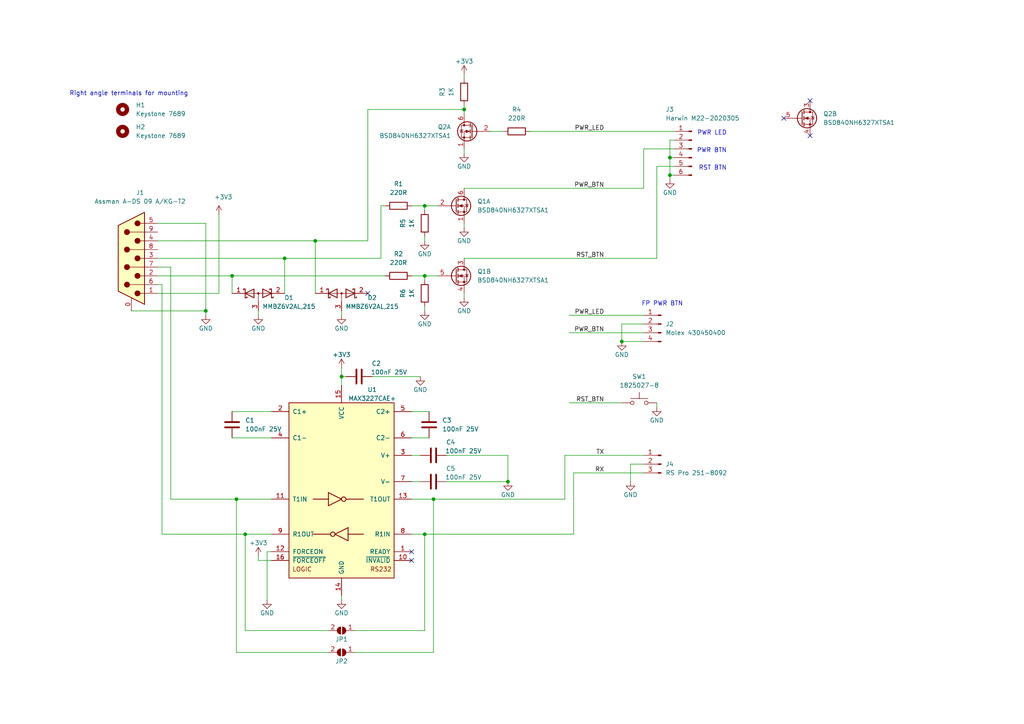
<source format=kicad_sch>
(kicad_sch (version 20201015) (generator eeschema)
  (paper "A4")
  (title_block (title "CONIO-B") (date "2021-03-10") (rev "1") (company "AB Open"))
  (lib_symbols
    (symbol "Connector:Conn_01x03_Male" (pin_names (offset 1.016) hide)
      (property "Reference" "J" (at 0 5.08 0))
      (property "Value" "Conn_01x03_Male" (at 0 -5.08 0))
      (symbol "Conn_01x03_Male_1_1"
        (rectangle (start 0.8636 -2.413) (end 0 -2.667) (stroke (width 0.1524)) (fill (type outline)))
        (rectangle (start 0.8636 0.127) (end 0 -0.127) (stroke (width 0.1524)) (fill (type outline)))
        (rectangle (start 0.8636 2.667) (end 0 2.413) (stroke (width 0.1524)) (fill (type outline)))
        (polyline (pts (xy 1.27 -2.54) (xy 0.8636 -2.54)) (stroke (width 0.1524)))
        (polyline (pts (xy 1.27 0) (xy 0.8636 0)) (stroke (width 0.1524)))
        (polyline (pts (xy 1.27 2.54) (xy 0.8636 2.54)) (stroke (width 0.1524)))
        (pin passive line (at 5.08 2.54 180) (length 3.81) (name "Pin_1") (number "1"))
        (pin passive line (at 5.08 0 180) (length 3.81) (name "Pin_2") (number "2"))
        (pin passive line (at 5.08 -2.54 180) (length 3.81) (name "Pin_3") (number "3"))
      )
    )
    (symbol "Connector:Conn_01x04_Male" (pin_names (offset 1.016) hide)
      (property "Reference" "J" (at 0 5.08 0))
      (property "Value" "Conn_01x04_Male" (at 0 -7.62 0))
      (symbol "Conn_01x04_Male_1_1"
        (rectangle (start 0.8636 -4.953) (end 0 -5.207) (stroke (width 0.1524)) (fill (type outline)))
        (rectangle (start 0.8636 -2.413) (end 0 -2.667) (stroke (width 0.1524)) (fill (type outline)))
        (rectangle (start 0.8636 0.127) (end 0 -0.127) (stroke (width 0.1524)) (fill (type outline)))
        (rectangle (start 0.8636 2.667) (end 0 2.413) (stroke (width 0.1524)) (fill (type outline)))
        (polyline (pts (xy 1.27 -5.08) (xy 0.8636 -5.08)) (stroke (width 0.1524)))
        (polyline (pts (xy 1.27 -2.54) (xy 0.8636 -2.54)) (stroke (width 0.1524)))
        (polyline (pts (xy 1.27 0) (xy 0.8636 0)) (stroke (width 0.1524)))
        (polyline (pts (xy 1.27 2.54) (xy 0.8636 2.54)) (stroke (width 0.1524)))
        (pin passive line (at 5.08 2.54 180) (length 3.81) (name "Pin_1") (number "1"))
        (pin passive line (at 5.08 0 180) (length 3.81) (name "Pin_2") (number "2"))
        (pin passive line (at 5.08 -2.54 180) (length 3.81) (name "Pin_3") (number "3"))
        (pin passive line (at 5.08 -5.08 180) (length 3.81) (name "Pin_4") (number "4"))
      )
    )
    (symbol "Connector:Conn_01x06_Male" (pin_names (offset 1.016) hide)
      (property "Reference" "J" (at 0 7.62 0))
      (property "Value" "Conn_01x06_Male" (at 0 -10.16 0))
      (symbol "Conn_01x06_Male_1_1"
        (rectangle (start 0.8636 -7.493) (end 0 -7.747) (stroke (width 0.1524)) (fill (type outline)))
        (rectangle (start 0.8636 -4.953) (end 0 -5.207) (stroke (width 0.1524)) (fill (type outline)))
        (rectangle (start 0.8636 -2.413) (end 0 -2.667) (stroke (width 0.1524)) (fill (type outline)))
        (rectangle (start 0.8636 0.127) (end 0 -0.127) (stroke (width 0.1524)) (fill (type outline)))
        (rectangle (start 0.8636 2.667) (end 0 2.413) (stroke (width 0.1524)) (fill (type outline)))
        (rectangle (start 0.8636 5.207) (end 0 4.953) (stroke (width 0.1524)) (fill (type outline)))
        (polyline (pts (xy 1.27 -7.62) (xy 0.8636 -7.62)) (stroke (width 0.1524)))
        (polyline (pts (xy 1.27 -5.08) (xy 0.8636 -5.08)) (stroke (width 0.1524)))
        (polyline (pts (xy 1.27 -2.54) (xy 0.8636 -2.54)) (stroke (width 0.1524)))
        (polyline (pts (xy 1.27 0) (xy 0.8636 0)) (stroke (width 0.1524)))
        (polyline (pts (xy 1.27 2.54) (xy 0.8636 2.54)) (stroke (width 0.1524)))
        (polyline (pts (xy 1.27 5.08) (xy 0.8636 5.08)) (stroke (width 0.1524)))
        (pin passive line (at 5.08 5.08 180) (length 3.81) (name "Pin_1") (number "1"))
        (pin passive line (at 5.08 2.54 180) (length 3.81) (name "Pin_2") (number "2"))
        (pin passive line (at 5.08 0 180) (length 3.81) (name "Pin_3") (number "3"))
        (pin passive line (at 5.08 -2.54 180) (length 3.81) (name "Pin_4") (number "4"))
        (pin passive line (at 5.08 -5.08 180) (length 3.81) (name "Pin_5") (number "5"))
        (pin passive line (at 5.08 -7.62 180) (length 3.81) (name "Pin_6") (number "6"))
      )
    )
    (symbol "Connector:DB9_Male_MountingHoles" (pin_names (offset 1.016) hide)
      (property "Reference" "J" (at 0 16.51 0))
      (property "Value" "DB9_Male_MountingHoles" (at 0 14.605 0))
      (symbol "DB9_Male_MountingHoles_0_1"
        (circle (center -1.778 -10.16) (radius 0.762) (fill (type outline)))
        (circle (center -1.778 -5.08) (radius 0.762) (fill (type outline)))
        (circle (center -1.778 0) (radius 0.762) (fill (type outline)))
        (circle (center -1.778 5.08) (radius 0.762) (fill (type outline)))
        (circle (center -1.778 10.16) (radius 0.762) (fill (type outline)))
        (circle (center 1.27 -7.62) (radius 0.762) (fill (type outline)))
        (circle (center 1.27 -2.54) (radius 0.762) (fill (type outline)))
        (circle (center 1.27 2.54) (radius 0.762) (fill (type outline)))
        (circle (center 1.27 7.62) (radius 0.762) (fill (type outline)))
        (polyline (pts (xy -3.81 -10.16) (xy -2.54 -10.16)))
        (polyline (pts (xy -3.81 -7.62) (xy 0.508 -7.62)))
        (polyline (pts (xy -3.81 -5.08) (xy -2.54 -5.08)))
        (polyline (pts (xy -3.81 -2.54) (xy 0.508 -2.54)))
        (polyline (pts (xy -3.81 0) (xy -2.54 0)))
        (polyline (pts (xy -3.81 2.54) (xy 0.508 2.54)))
        (polyline (pts (xy -3.81 5.08) (xy -2.54 5.08)))
        (polyline (pts (xy -3.81 7.62) (xy 0.508 7.62)))
        (polyline (pts (xy -3.81 10.16) (xy -2.54 10.16)))
        (polyline (pts (xy -3.81 -13.335) (xy -3.81 13.335) (xy 3.81 9.525) (xy 3.81 -9.525) (xy -3.81 -13.335)) (stroke (width 0.254)) (fill (type background)))
      )
      (symbol "DB9_Male_MountingHoles_1_1"
        (pin passive line (at 0 -15.24 90) (length 3.81) (name "PAD") (number "0"))
        (pin passive line (at -7.62 -10.16 0) (length 3.81) (name "1") (number "1"))
        (pin passive line (at -7.62 -5.08 0) (length 3.81) (name "2") (number "2"))
        (pin passive line (at -7.62 0 0) (length 3.81) (name "3") (number "3"))
        (pin passive line (at -7.62 5.08 0) (length 3.81) (name "4") (number "4"))
        (pin passive line (at -7.62 10.16 0) (length 3.81) (name "5") (number "5"))
        (pin passive line (at -7.62 -7.62 0) (length 3.81) (name "6") (number "6"))
        (pin passive line (at -7.62 -2.54 0) (length 3.81) (name "7") (number "7"))
        (pin passive line (at -7.62 2.54 0) (length 3.81) (name "8") (number "8"))
        (pin passive line (at -7.62 7.62 0) (length 3.81) (name "9") (number "9"))
      )
    )
    (symbol "Device:C" (pin_numbers hide) (pin_names (offset 0.254))
      (property "Reference" "C" (at 0.635 2.54 0))
      (property "Value" "C" (at 0.635 -2.54 0))
      (symbol "C_0_1"
        (polyline (pts (xy -2.032 -0.762) (xy 2.032 -0.762)) (stroke (width 0.508)))
        (polyline (pts (xy -2.032 0.762) (xy 2.032 0.762)) (stroke (width 0.508)))
      )
      (symbol "C_1_1"
        (pin passive line (at 0 3.81 270) (length 2.794) (name "~") (number "1"))
        (pin passive line (at 0 -3.81 90) (length 2.794) (name "~") (number "2"))
      )
    )
    (symbol "Device:D_Schottky_Dual_CommonAnode_KKA" (pin_names (offset 0.762) hide)
      (property "Reference" "D" (at 1.27 -2.54 0))
      (property "Value" "D_Schottky_Dual_CommonAnode_KKA" (at 0 2.54 0))
      (symbol "D_Schottky_Dual_CommonAnode_KKA_0_1"
        (circle (center 0 0) (radius 0.254) (fill (type outline)))
        (polyline (pts (xy -3.556 0) (xy 3.81 0)))
        (polyline (pts (xy 0 0) (xy 0 -2.54)))
        (polyline (pts (xy -3.81 1.27) (xy -3.81 -1.27) (xy -3.81 -1.27)) (stroke (width 0.254)))
        (polyline (pts (xy 3.81 1.27) (xy 3.81 -1.27) (xy 3.81 -1.27)) (stroke (width 0.254)))
        (polyline (pts (xy -3.81 1.27) (xy -4.318 1.27) (xy -4.318 1.016) (xy -4.318 1.016)) (stroke (width 0.254)))
        (polyline (pts (xy 3.81 -1.27) (xy 4.318 -1.27) (xy 4.318 -1.016) (xy 4.318 -1.016)) (stroke (width 0.254)))
        (polyline (pts (xy 3.81 1.27) (xy 3.302 1.27) (xy 3.302 1.016) (xy 3.302 1.016)) (stroke (width 0.254)))
        (polyline (pts (xy -3.302 -1.016) (xy -3.302 -1.27) (xy -3.81 -1.27) (xy -3.81 -1.27) (xy -3.81 -1.27)) (stroke (width 0.254)))
        (polyline (pts (xy -1.27 -1.27) (xy -3.81 0) (xy -1.27 1.27) (xy -1.27 -1.27) (xy -1.27 -1.27) (xy -1.27 -1.27)) (stroke (width 0.254)))
        (polyline (pts (xy 1.27 1.27) (xy 3.81 0) (xy 1.27 -1.27) (xy 1.27 1.27) (xy 1.27 1.27) (xy 1.27 1.27)) (stroke (width 0.254)))
        (pin passive line (at -7.62 0 0) (length 3.81) (name "K") (number "1"))
        (pin passive line (at 7.62 0 180) (length 3.81) (name "K") (number "2"))
        (pin passive line (at 0 -5.08 90) (length 2.54) (name "A") (number "3"))
      )
    )
    (symbol "Device:Q_Dual_NMOS_S1G1D2S2G2D1" (pin_names (offset 0) hide)
      (property "Reference" "Q" (at 6.35 1.27 0))
      (property "Value" "Q_Dual_NMOS_S1G1D2S2G2D1" (at 19.05 -1.27 0))
      (symbol "Q_Dual_NMOS_S1G1D2S2G2D1_0_1"
        (circle (center 1.651 0) (radius 2.794) (stroke (width 0.254)))
        (circle (center 2.54 -1.778) (radius 0.254) (fill (type outline)))
        (circle (center 2.54 1.778) (radius 0.254) (fill (type outline)))
        (polyline (pts (xy 0.254 0) (xy -2.54 0)))
        (polyline (pts (xy 0.254 1.905) (xy 0.254 -1.905)) (stroke (width 0.254)))
        (polyline (pts (xy 0.762 -1.27) (xy 0.762 -2.286)) (stroke (width 0.254)))
        (polyline (pts (xy 0.762 0.508) (xy 0.762 -0.508)) (stroke (width 0.254)))
        (polyline (pts (xy 0.762 2.286) (xy 0.762 1.27)) (stroke (width 0.254)))
        (polyline (pts (xy 2.54 2.54) (xy 2.54 1.778)))
        (polyline (pts (xy 2.54 -2.54) (xy 2.54 0) (xy 0.762 0)))
        (polyline (pts (xy 0.762 -1.778) (xy 3.302 -1.778) (xy 3.302 1.778) (xy 0.762 1.778)))
        (polyline (pts (xy 1.016 0) (xy 2.032 0.381) (xy 2.032 -0.381) (xy 1.016 0)) (fill (type outline)))
        (polyline (pts (xy 2.794 0.508) (xy 2.921 0.381) (xy 3.683 0.381) (xy 3.81 0.254)))
        (polyline (pts (xy 3.302 0.381) (xy 2.921 -0.254) (xy 3.683 -0.254) (xy 3.302 0.381)))
      )
      (symbol "Q_Dual_NMOS_S1G1D2S2G2D1_1_1"
        (pin passive line (at 2.54 -5.08 90) (length 2.54) (name "S") (number "1"))
        (pin input line (at -5.08 0 0) (length 2.54) (name "G") (number "2"))
        (pin passive line (at 2.54 5.08 270) (length 2.54) (name "D") (number "6"))
      )
      (symbol "Q_Dual_NMOS_S1G1D2S2G2D1_2_1"
        (pin passive line (at 2.54 5.08 270) (length 2.54) (name "D") (number "3"))
        (pin passive line (at 2.54 -5.08 90) (length 2.54) (name "S") (number "4"))
        (pin input line (at -5.08 0 0) (length 2.54) (name "G") (number "5"))
      )
    )
    (symbol "Device:R" (pin_numbers hide) (pin_names (offset 0))
      (property "Reference" "R" (at 2.032 0 90))
      (property "Value" "R" (at 0 0 90))
      (symbol "R_0_1"
        (rectangle (start -1.016 -2.54) (end 1.016 2.54) (stroke (width 0.254)))
      )
      (symbol "R_1_1"
        (pin passive line (at 0 3.81 270) (length 1.27) (name "~") (number "1"))
        (pin passive line (at 0 -3.81 90) (length 1.27) (name "~") (number "2"))
      )
    )
    (symbol "Interface_UART:MAX3227" (pin_names (offset 1.016))
      (property "Reference" "U" (at -13.97 26.67 0))
      (property "Value" "MAX3227" (at 12.7 26.67 0))
      (symbol "MAX3227_0_0"
        (text "LOGIC" (at -11.43 -22.86 0) (effects (font (size 1.27 1.27))))
        (text "RS232" (at 11.43 -22.86 0) (effects (font (size 1.27 1.27))))
      )
      (symbol "MAX3227_0_1"
        (circle (center -2.54 -12.7) (radius 0.635) (stroke (width 0.254)))
        (circle (center 0.635 -2.54) (radius 0.635) (stroke (width 0.254)))
        (rectangle (start -15.24 -25.4) (end 15.24 25.4) (stroke (width 0.254)) (fill (type background)))
        (polyline (pts (xy -3.81 -2.54) (xy -8.255 -2.54)) (stroke (width 0.254)))
        (polyline (pts (xy -3.175 -12.7) (xy -8.255 -12.7)) (stroke (width 0.254)))
        (polyline (pts (xy 1.27 -2.54) (xy 6.35 -2.54)) (stroke (width 0.254)))
        (polyline (pts (xy 1.905 -12.7) (xy 6.35 -12.7)) (stroke (width 0.254)))
        (polyline (pts (xy -3.81 -0.635) (xy -3.81 -4.445) (xy 0 -2.54) (xy -3.81 -0.635)) (stroke (width 0.254)))
        (polyline (pts (xy 1.905 -10.795) (xy 1.905 -14.605) (xy -1.905 -12.7) (xy 1.905 -10.795)) (stroke (width 0.254)))
      )
      (symbol "MAX3227_1_1"
        (pin output line (at 20.32 -17.78 180) (length 5.08) (name "READY") (number "1"))
        (pin output line (at 20.32 -20.32 180) (length 5.08) (name "~INVALID") (number "10"))
        (pin input line (at -20.32 -2.54 0) (length 5.08) (name "T1IN") (number "11"))
        (pin input line (at -20.32 -17.78 0) (length 5.08) (name "FORCEON") (number "12"))
        (pin output line (at 20.32 -2.54 180) (length 5.08) (name "T1OUT") (number "13"))
        (pin power_in line (at 0 -30.48 90) (length 5.08) (name "GND") (number "14"))
        (pin power_in line (at 0 30.48 270) (length 5.08) (name "VCC") (number "15"))
        (pin input line (at -20.32 -20.32 0) (length 5.08) (name "~FORCEOFF") (number "16"))
        (pin passive line (at -20.32 22.86 0) (length 5.08) (name "C1+") (number "2"))
        (pin power_out line (at 20.32 10.16 180) (length 5.08) (name "V+") (number "3"))
        (pin passive line (at -20.32 15.24 0) (length 5.08) (name "C1-") (number "4"))
        (pin passive line (at 20.32 22.86 180) (length 5.08) (name "C2+") (number "5"))
        (pin passive line (at 20.32 15.24 180) (length 5.08) (name "C2-") (number "6"))
        (pin power_out line (at 20.32 2.54 180) (length 5.08) (name "V-") (number "7"))
        (pin input line (at 20.32 -12.7 180) (length 5.08) (name "R1IN") (number "8"))
        (pin output line (at -20.32 -12.7 0) (length 5.08) (name "R1OUT") (number "9"))
      )
    )
    (symbol "Jumper:SolderJumper_2_Open" (pin_names (offset 0) hide)
      (property "Reference" "JP" (at 0 2.032 0))
      (property "Value" "SolderJumper_2_Open" (at 0 -2.54 0))
      (symbol "SolderJumper_2_Open_0_1"
        (arc (start -0.254 1.016) (end -0.254 -1.016) (radius (at -0.254 0) (length 1.016) (angles 90.1 -90.1)))
        (arc (start -0.254 1.016) (end -0.254 -1.016) (radius (at -0.254 0) (length 1.016) (angles 90.1 -90.1)) (fill (type outline)))
        (arc (start 0.254 -1.016) (end 0.254 1.016) (radius (at 0.254 0) (length 1.016) (angles -89.9 89.9)))
        (arc (start 0.254 -1.016) (end 0.254 1.016) (radius (at 0.254 0) (length 1.016) (angles -89.9 89.9)) (fill (type outline)))
        (polyline (pts (xy -0.254 1.016) (xy -0.254 -1.016)))
        (polyline (pts (xy 0.254 1.016) (xy 0.254 -1.016)))
      )
      (symbol "SolderJumper_2_Open_1_1"
        (pin passive line (at -3.81 0 0) (length 2.54) (name "A") (number "1"))
        (pin passive line (at 3.81 0 180) (length 2.54) (name "B") (number "2"))
      )
    )
    (symbol "Mechanical:MountingHole" (pin_names (offset 1.016))
      (property "Reference" "H" (at 0 5.08 0))
      (property "Value" "MountingHole" (at 0 3.175 0))
      (symbol "MountingHole_0_1"
        (circle (center 0 0) (radius 1.27) (stroke (width 1.27)))
      )
    )
    (symbol "Switch:SW_Push" (pin_numbers hide) (pin_names (offset 1.016) hide)
      (property "Reference" "SW" (at 1.27 2.54 0))
      (property "Value" "SW_Push" (at 0 -1.524 0))
      (symbol "SW_Push_0_1"
        (circle (center -2.032 0) (radius 0.508))
        (circle (center 2.032 0) (radius 0.508))
        (polyline (pts (xy 0 1.27) (xy 0 3.048)))
        (polyline (pts (xy 2.54 1.27) (xy -2.54 1.27)))
        (pin passive line (at -5.08 0 0) (length 2.54) (name "1") (number "1"))
        (pin passive line (at 5.08 0 180) (length 2.54) (name "2") (number "2"))
      )
    )
    (symbol "power:+3V3" (power) (pin_names (offset 0))
      (property "Value" "+3V3" (at 0 3.556 0))
      (symbol "+3V3_0_1"
        (polyline (pts (xy -0.762 1.27) (xy 0 2.54)))
        (polyline (pts (xy 0 0) (xy 0 2.54)))
        (polyline (pts (xy 0 2.54) (xy 0.762 1.27)))
      )
      (symbol "+3V3_1_1"
        (pin power_in line (at 0 0 90) (length 0) hide (name "+3V3") (number "1"))
      )
    )
    (symbol "power:GND" (power) (pin_names (offset 0))
      (property "Value" "GND" (at 0 -3.81 0))
      (symbol "GND_0_1"
        (polyline (pts (xy 0 0) (xy 0 -1.27) (xy 1.27 -1.27) (xy 0 -2.54) (xy -1.27 -1.27) (xy 0 -1.27)))
      )
      (symbol "GND_1_1"
        (pin power_in line (at 0 0 270) (length 0) hide (name "GND") (number "1"))
      )
    )
  )
  (junction (at 59.69 90.17) (diameter 0.9144))
  (junction (at 67.31 80.01) (diameter 0.9144))
  (junction (at 68.58 144.78) (diameter 0.9144))
  (junction (at 71.12 154.94) (diameter 0.9144))
  (junction (at 82.55 74.93) (diameter 0.9144))
  (junction (at 91.44 69.85) (diameter 0.9144))
  (junction (at 99.06 109.22) (diameter 0.9144))
  (junction (at 123.19 59.69) (diameter 0.9144))
  (junction (at 123.19 80.01) (diameter 0.9144))
  (junction (at 123.19 154.94) (diameter 0.9144))
  (junction (at 125.73 144.78) (diameter 0.9144))
  (junction (at 134.62 31.75) (diameter 0.9144))
  (junction (at 147.32 139.7) (diameter 0.9144))
  (junction (at 180.34 99.06) (diameter 0.9144))
  (junction (at 194.31 45.72) (diameter 0.9144))
  (junction (at 194.31 50.8) (diameter 0.9144))
  (no_connect (at 119.38 160.02))
  (no_connect (at 106.68 85.09))
  (no_connect (at 119.38 162.56))
  (no_connect (at 234.95 29.21))
  (no_connect (at 227.33 34.29))
  (no_connect (at 234.95 39.37))
  (wire (pts (xy 38.1 90.17) (xy 59.69 90.17)))
  (wire (pts (xy 45.72 64.77) (xy 59.69 64.77)))
  (wire (pts (xy 45.72 69.85) (xy 91.44 69.85)))
  (wire (pts (xy 45.72 74.93) (xy 82.55 74.93)))
  (wire (pts (xy 45.72 77.47) (xy 49.53 77.47)))
  (wire (pts (xy 45.72 80.01) (xy 67.31 80.01)))
  (wire (pts (xy 45.72 82.55) (xy 46.99 82.55)))
  (wire (pts (xy 45.72 85.09) (xy 63.5 85.09)))
  (wire (pts (xy 46.99 82.55) (xy 46.99 154.94)))
  (wire (pts (xy 46.99 154.94) (xy 71.12 154.94)))
  (wire (pts (xy 49.53 77.47) (xy 49.53 144.78)))
  (wire (pts (xy 49.53 144.78) (xy 68.58 144.78)))
  (wire (pts (xy 59.69 64.77) (xy 59.69 90.17)))
  (wire (pts (xy 59.69 90.17) (xy 59.69 91.44)))
  (wire (pts (xy 63.5 85.09) (xy 63.5 62.23)))
  (wire (pts (xy 67.31 80.01) (xy 67.31 85.09)))
  (wire (pts (xy 67.31 80.01) (xy 111.76 80.01)))
  (wire (pts (xy 67.31 119.38) (xy 78.74 119.38)))
  (wire (pts (xy 67.31 127) (xy 78.74 127)))
  (wire (pts (xy 68.58 144.78) (xy 68.58 189.23)))
  (wire (pts (xy 68.58 189.23) (xy 95.25 189.23)))
  (wire (pts (xy 71.12 154.94) (xy 78.74 154.94)))
  (wire (pts (xy 71.12 182.88) (xy 71.12 154.94)))
  (wire (pts (xy 74.93 90.17) (xy 74.93 91.44)))
  (wire (pts (xy 74.93 162.56) (xy 74.93 161.29)))
  (wire (pts (xy 77.47 160.02) (xy 77.47 173.99)))
  (wire (pts (xy 78.74 144.78) (xy 68.58 144.78)))
  (wire (pts (xy 78.74 160.02) (xy 77.47 160.02)))
  (wire (pts (xy 78.74 162.56) (xy 74.93 162.56)))
  (wire (pts (xy 82.55 74.93) (xy 82.55 85.09)))
  (wire (pts (xy 82.55 74.93) (xy 110.49 74.93)))
  (wire (pts (xy 91.44 69.85) (xy 91.44 85.09)))
  (wire (pts (xy 91.44 69.85) (xy 106.68 69.85)))
  (wire (pts (xy 95.25 182.88) (xy 71.12 182.88)))
  (wire (pts (xy 99.06 90.17) (xy 99.06 91.44)))
  (wire (pts (xy 99.06 106.68) (xy 99.06 109.22)))
  (wire (pts (xy 99.06 109.22) (xy 99.06 111.76)))
  (wire (pts (xy 99.06 172.72) (xy 99.06 173.99)))
  (wire (pts (xy 100.33 109.22) (xy 99.06 109.22)))
  (wire (pts (xy 102.87 189.23) (xy 125.73 189.23)))
  (wire (pts (xy 106.68 31.75) (xy 134.62 31.75)))
  (wire (pts (xy 106.68 69.85) (xy 106.68 31.75)))
  (wire (pts (xy 107.95 109.22) (xy 121.92 109.22)))
  (wire (pts (xy 110.49 59.69) (xy 110.49 74.93)))
  (wire (pts (xy 111.76 59.69) (xy 110.49 59.69)))
  (wire (pts (xy 119.38 59.69) (xy 123.19 59.69)))
  (wire (pts (xy 119.38 80.01) (xy 123.19 80.01)))
  (wire (pts (xy 119.38 119.38) (xy 124.46 119.38)))
  (wire (pts (xy 119.38 127) (xy 124.46 127)))
  (wire (pts (xy 119.38 132.08) (xy 121.92 132.08)))
  (wire (pts (xy 119.38 139.7) (xy 121.92 139.7)))
  (wire (pts (xy 119.38 154.94) (xy 123.19 154.94)))
  (wire (pts (xy 123.19 59.69) (xy 123.19 60.96)))
  (wire (pts (xy 123.19 59.69) (xy 127 59.69)))
  (wire (pts (xy 123.19 68.58) (xy 123.19 69.85)))
  (wire (pts (xy 123.19 80.01) (xy 123.19 81.28)))
  (wire (pts (xy 123.19 80.01) (xy 127 80.01)))
  (wire (pts (xy 123.19 88.9) (xy 123.19 90.17)))
  (wire (pts (xy 123.19 154.94) (xy 123.19 182.88)))
  (wire (pts (xy 123.19 154.94) (xy 166.37 154.94)))
  (wire (pts (xy 123.19 182.88) (xy 102.87 182.88)))
  (wire (pts (xy 125.73 144.78) (xy 119.38 144.78)))
  (wire (pts (xy 125.73 189.23) (xy 125.73 144.78)))
  (wire (pts (xy 129.54 132.08) (xy 147.32 132.08)))
  (wire (pts (xy 129.54 139.7) (xy 147.32 139.7)))
  (wire (pts (xy 134.62 21.59) (xy 134.62 22.86)))
  (wire (pts (xy 134.62 30.48) (xy 134.62 31.75)))
  (wire (pts (xy 134.62 31.75) (xy 134.62 33.02)))
  (wire (pts (xy 134.62 43.18) (xy 134.62 44.45)))
  (wire (pts (xy 134.62 54.61) (xy 186.69 54.61)))
  (wire (pts (xy 134.62 64.77) (xy 134.62 66.04)))
  (wire (pts (xy 134.62 74.93) (xy 190.5 74.93)))
  (wire (pts (xy 134.62 85.09) (xy 134.62 86.36)))
  (wire (pts (xy 142.24 38.1) (xy 146.05 38.1)))
  (wire (pts (xy 147.32 132.08) (xy 147.32 139.7)))
  (wire (pts (xy 153.67 38.1) (xy 195.58 38.1)))
  (wire (pts (xy 163.83 132.08) (xy 163.83 144.78)))
  (wire (pts (xy 163.83 132.08) (xy 186.69 132.08)))
  (wire (pts (xy 163.83 144.78) (xy 125.73 144.78)))
  (wire (pts (xy 165.1 91.44) (xy 186.69 91.44)))
  (wire (pts (xy 165.1 96.52) (xy 186.69 96.52)))
  (wire (pts (xy 165.1 116.84) (xy 180.34 116.84)))
  (wire (pts (xy 166.37 137.16) (xy 166.37 154.94)))
  (wire (pts (xy 166.37 137.16) (xy 186.69 137.16)))
  (wire (pts (xy 180.34 93.98) (xy 180.34 99.06)))
  (wire (pts (xy 180.34 99.06) (xy 186.69 99.06)))
  (wire (pts (xy 182.88 134.62) (xy 182.88 139.7)))
  (wire (pts (xy 182.88 134.62) (xy 186.69 134.62)))
  (wire (pts (xy 186.69 43.18) (xy 186.69 54.61)))
  (wire (pts (xy 186.69 93.98) (xy 180.34 93.98)))
  (wire (pts (xy 190.5 48.26) (xy 190.5 74.93)))
  (wire (pts (xy 190.5 116.84) (xy 190.5 118.11)))
  (wire (pts (xy 194.31 40.64) (xy 194.31 45.72)))
  (wire (pts (xy 194.31 45.72) (xy 195.58 45.72)))
  (wire (pts (xy 194.31 50.8) (xy 194.31 45.72)))
  (wire (pts (xy 194.31 50.8) (xy 194.31 52.07)))
  (wire (pts (xy 195.58 40.64) (xy 194.31 40.64)))
  (wire (pts (xy 195.58 43.18) (xy 186.69 43.18)))
  (wire (pts (xy 195.58 48.26) (xy 190.5 48.26)))
  (wire (pts (xy 195.58 50.8) (xy 194.31 50.8)))
  (text "Right angle terminals for mounting" (at 54.61 27.94 180) (effects (font (size 1.27 1.27)) (justify right bottom)))
  (text "FP PWR BTN" (at 198.12 88.9 180) (effects (font (size 1.27 1.27)) (justify right bottom)))
  (text "PWR LED" (at 210.82 39.37 180) (effects (font (size 1.27 1.27)) (justify right bottom)))
  (text "PWR BTN" (at 210.82 44.45 180) (effects (font (size 1.27 1.27)) (justify right bottom)))
  (text "RST BTN" (at 210.82 49.53 180) (effects (font (size 1.27 1.27)) (justify right bottom)))
  (label "PWR_LED" (at 175.26 38.1 180))
  (label "PWR_BTN" (at 175.26 54.61 180))
  (label "RST_BTN" (at 175.26 74.93 180))
  (label "PWR_LED" (at 175.26 91.44 180))
  (label "PWR_BTN" (at 175.26 96.52 180))
  (label "RST_BTN" (at 175.26 116.84 180))
  (label "TX" (at 175.26 132.08 180))
  (label "RX" (at 175.26 137.16 180))
  (symbol (lib_id "power:+3V3") (at 63.5 62.23 0) (unit 1)
    (property "Reference" "#PWR0101" (effects hide))
    (property "Value" "+3V3" (at 64.77 57.15 0))
  )
  (symbol (lib_id "power:+3V3") (at 74.93 161.29 0) (unit 1)
    (property "Reference" "#PWR03" (effects hide))
    (property "Value" "+3V3" (at 74.93 157.48 0))
  )
  (symbol (lib_id "power:+3V3") (at 99.06 106.68 0) (unit 1)
    (property "Reference" "#PWR05" (effects hide))
    (property "Value" "+3V3" (at 99.06 102.87 0))
  )
  (symbol (lib_id "power:+3V3") (at 134.62 21.59 0) (unit 1)
    (property "Reference" "#PWR0109" (effects hide))
    (property "Value" "+3V3" (at 134.62 17.78 0))
  )
  (symbol (lib_id "power:GND") (at 59.69 91.44 0) (unit 1)
    (property "Reference" "#PWR0105" (effects hide))
    (property "Value" "GND" (at 59.69 95.25 0))
  )
  (symbol (lib_id "power:GND") (at 74.93 91.44 0) (unit 1)
    (property "Reference" "#PWR0104" (effects hide))
    (property "Value" "GND" (at 74.93 95.25 0))
  )
  (symbol (lib_id "power:GND") (at 77.47 173.99 0) (unit 1)
    (property "Reference" "#PWR04" (effects hide))
    (property "Value" "GND" (at 77.47 177.8 0))
  )
  (symbol (lib_id "power:GND") (at 99.06 91.44 0) (unit 1)
    (property "Reference" "#PWR0106" (effects hide))
    (property "Value" "GND" (at 99.06 95.25 0))
  )
  (symbol (lib_id "power:GND") (at 99.06 173.99 0) (unit 1)
    (property "Reference" "#PWR06" (effects hide))
    (property "Value" "GND" (at 99.06 177.8 0))
  )
  (symbol (lib_id "power:GND") (at 121.92 109.22 0) (unit 1)
    (property "Reference" "#PWR07" (effects hide))
    (property "Value" "GND" (at 121.92 113.03 0))
  )
  (symbol (lib_id "power:GND") (at 123.19 69.85 0) (unit 1)
    (property "Reference" "#PWR01" (effects hide))
    (property "Value" "GND" (at 123.19 73.66 0))
  )
  (symbol (lib_id "power:GND") (at 123.19 90.17 0) (unit 1)
    (property "Reference" "#PWR02" (effects hide))
    (property "Value" "GND" (at 123.19 93.98 0))
  )
  (symbol (lib_id "power:GND") (at 134.62 44.45 0) (unit 1)
    (property "Reference" "#PWR0110" (effects hide))
    (property "Value" "GND" (at 134.62 48.26 0))
  )
  (symbol (lib_id "power:GND") (at 134.62 66.04 0) (unit 1)
    (property "Reference" "#PWR0103" (effects hide))
    (property "Value" "GND" (at 134.62 69.85 0))
  )
  (symbol (lib_id "power:GND") (at 134.62 86.36 0) (unit 1)
    (property "Reference" "#PWR0102" (effects hide))
    (property "Value" "GND" (at 134.62 90.17 0))
  )
  (symbol (lib_id "power:GND") (at 147.32 139.7 0) (unit 1)
    (property "Reference" "#PWR08" (effects hide))
    (property "Value" "GND" (at 147.32 143.51 0))
  )
  (symbol (lib_id "power:GND") (at 180.34 99.06 0) (unit 1)
    (property "Reference" "#PWR0107" (effects hide))
    (property "Value" "GND" (at 180.34 102.87 0))
  )
  (symbol (lib_id "power:GND") (at 182.88 139.7 0) (unit 1)
    (property "Reference" "#PWR09" (effects hide))
    (property "Value" "GND" (at 182.88 143.51 0))
  )
  (symbol (lib_id "power:GND") (at 190.5 118.11 0) (unit 1)
    (property "Reference" "#PWR0108" (effects hide))
    (property "Value" "GND" (at 190.5 121.92 0))
  )
  (symbol (lib_id "power:GND") (at 194.31 52.07 0) (unit 1)
    (property "Reference" "#PWR0111" (effects hide))
    (property "Value" "GND" (at 194.31 55.88 0))
  )
  (symbol (lib_id "Mechanical:MountingHole") (at 35.56 31.75 0) (unit 1)
    (property "Reference" "H1" (at 39.37 30.48 0) (effects (justify left)))
    (property "Value" "Keystone 7689" (at 39.37 33.02 0) (effects (justify left)))
    (property "Footprint" "Library:Keystone_7689_RA_PCB_Screw_Terminal" (effects hide))
    (property "Manufacturer" "Keystone" (effects hide))
    (property "ManufacturerPN" "7689" (effects hide))
    (property "Supplier" "RS" (effects hide))
    (property "SupplierPN" "614-2425" (effects hide))
  )
  (symbol (lib_id "Mechanical:MountingHole") (at 35.56 38.1 0) (unit 1)
    (property "Reference" "H2" (at 39.37 36.83 0) (effects (justify left)))
    (property "Value" "Keystone 7689" (at 39.37 39.37 0) (effects (justify left)))
    (property "Footprint" "Library:Keystone_7689_RA_PCB_Screw_Terminal" (effects hide))
    (property "Manufacturer" "Keystone" (effects hide))
    (property "ManufacturerPN" "7689" (effects hide))
    (property "Supplier" "RS" (effects hide))
    (property "SupplierPN" "614-2425" (effects hide))
  )
  (symbol (lib_id "Device:R") (at 115.57 59.69 90) (unit 1)
    (property "Reference" "R1" (at 115.57 53.34 90))
    (property "Value" "220R" (at 115.57 55.88 90))
    (property "Footprint" "Resistor_SMD:R_0603_1608Metric_Pad0.98x0.95mm_HandSolder" (effects hide))
    (property "Manufacturer" "Yageo" (effects hide))
    (property "ManufacturerPartNumber" "RC0603FR-07220RL" (effects hide))
    (property "Supplier" "RS" (effects hide))
    (property "SupplierPN" "199-5497" (effects hide))
  )
  (symbol (lib_id "Device:R") (at 115.57 80.01 90) (unit 1)
    (property "Reference" "R2" (at 115.57 73.66 90))
    (property "Value" "220R" (at 115.57 76.2 90))
    (property "Footprint" "Resistor_SMD:R_0603_1608Metric_Pad0.98x0.95mm_HandSolder" (effects hide))
    (property "Manufacturer" "Yageo" (effects hide))
    (property "ManufacturerPartNumber" "RC0603FR-07220RL" (effects hide))
    (property "Supplier" "RS" (effects hide))
    (property "SupplierPN" "199-5497" (effects hide))
  )
  (symbol (lib_id "Device:R") (at 123.19 64.77 180) (unit 1)
    (property "Reference" "R5" (at 116.84 64.77 90))
    (property "Value" "1K" (at 119.38 64.77 90))
    (property "Footprint" "Resistor_SMD:R_0603_1608Metric_Pad0.98x0.95mm_HandSolder" (effects hide))
    (property "Manufacturer" "Yageo" (effects hide))
    (property "ManufacturerPN" "RC0603FR-071KL" (effects hide))
    (property "Supplier" "RS" (effects hide))
    (property "SupplierPN" "199-5479" (effects hide))
  )
  (symbol (lib_id "Device:R") (at 123.19 85.09 180) (unit 1)
    (property "Reference" "R6" (at 116.84 85.09 90))
    (property "Value" "1K" (at 119.38 85.09 90))
    (property "Footprint" "Resistor_SMD:R_0603_1608Metric_Pad0.98x0.95mm_HandSolder" (effects hide))
    (property "Manufacturer" "Yageo" (effects hide))
    (property "ManufacturerPN" "RC0603FR-071KL" (effects hide))
    (property "Supplier" "RS" (effects hide))
    (property "SupplierPN" "199-5479" (effects hide))
  )
  (symbol (lib_id "Device:R") (at 134.62 26.67 180) (unit 1)
    (property "Reference" "R3" (at 128.27 26.67 90))
    (property "Value" "1K" (at 130.81 26.67 90))
    (property "Footprint" "Resistor_SMD:R_0603_1608Metric_Pad0.98x0.95mm_HandSolder" (effects hide))
    (property "Manufacturer" "Yageo" (effects hide))
    (property "ManufacturerPN" "RC0603FR-071KL" (effects hide))
    (property "Supplier" "RS" (effects hide))
    (property "SupplierPN" "199-5479" (effects hide))
  )
  (symbol (lib_id "Device:R") (at 149.86 38.1 90) (unit 1)
    (property "Reference" "R4" (at 149.86 31.75 90))
    (property "Value" "220R" (at 149.86 34.29 90))
    (property "Footprint" "Resistor_SMD:R_0603_1608Metric_Pad0.98x0.95mm_HandSolder" (effects hide))
    (property "Manufacturer" "Yageo" (effects hide))
    (property "ManufacturerPartNumber" "RC0603FR-07220RL" (effects hide))
    (property "Supplier" "RS" (effects hide))
    (property "SupplierPN" "199-5497" (effects hide))
  )
  (symbol (lib_id "Jumper:SolderJumper_2_Open") (at 99.06 182.88 180) (unit 1)
    (property "Reference" "JP1" (at 99.06 185.42 0))
    (property "Value" "SolderJumper_2_Open" (effects hide))
    (property "Footprint" "Jumper:SolderJumper-2_P1.3mm_Open_RoundedPad1.0x1.5mm" (effects hide))
  )
  (symbol (lib_id "Jumper:SolderJumper_2_Open") (at 99.06 189.23 180) (unit 1)
    (property "Reference" "JP2" (at 99.06 191.77 0))
    (property "Value" "SolderJumper_2_Open" (effects hide))
    (property "Footprint" "Jumper:SolderJumper-2_P1.3mm_Open_RoundedPad1.0x1.5mm" (effects hide))
  )
  (symbol (lib_id "Device:C") (at 67.31 123.19 0) (unit 1)
    (property "Reference" "C1" (at 71.12 121.92 0) (effects (justify left)))
    (property "Value" "100nF 25V" (at 71.12 124.46 0) (effects (justify left)))
    (property "Footprint" "Capacitor_SMD:C_0603_1608Metric_Pad1.08x0.95mm_HandSolder" (effects hide))
    (property "Manufacturer" "AVX" (effects hide))
    (property "ManufacturerPN" "06033C104KAZ2A" (effects hide))
    (property "Supplier" "RS" (effects hide))
    (property "SupplierPN" "135-6596" (effects hide))
  )
  (symbol (lib_id "Device:C") (at 104.14 109.22 90) (unit 1)
    (property "Reference" "C2" (at 110.49 105.41 90) (effects (justify left)))
    (property "Value" "100nF 25V" (at 118.11 107.95 90) (effects (justify left)))
    (property "Footprint" "Capacitor_SMD:C_0603_1608Metric_Pad1.08x0.95mm_HandSolder" (effects hide))
    (property "Manufacturer" "AVX" (effects hide))
    (property "ManufacturerPN" "06033C104KAZ2A" (effects hide))
    (property "Supplier" "RS" (effects hide))
    (property "SupplierPN" "135-6596" (effects hide))
  )
  (symbol (lib_id "Device:C") (at 124.46 123.19 0) (unit 1)
    (property "Reference" "C3" (at 128.27 121.92 0) (effects (justify left)))
    (property "Value" "100nF 25V" (at 128.27 124.46 0) (effects (justify left)))
    (property "Footprint" "Capacitor_SMD:C_0603_1608Metric_Pad1.08x0.95mm_HandSolder" (effects hide))
    (property "Manufacturer" "AVX" (effects hide))
    (property "ManufacturerPN" "06033C104KAZ2A" (effects hide))
    (property "Supplier" "RS" (effects hide))
    (property "SupplierPN" "135-6596" (effects hide))
  )
  (symbol (lib_id "Device:C") (at 125.73 132.08 90) (unit 1)
    (property "Reference" "C4" (at 132.08 128.27 90) (effects (justify left)))
    (property "Value" "100nF 25V" (at 139.7 130.81 90) (effects (justify left)))
    (property "Footprint" "Capacitor_SMD:C_0603_1608Metric_Pad1.08x0.95mm_HandSolder" (effects hide))
    (property "Manufacturer" "AVX" (effects hide))
    (property "ManufacturerPN" "06033C104KAZ2A" (effects hide))
    (property "Supplier" "RS" (effects hide))
    (property "SupplierPN" "135-6596" (effects hide))
  )
  (symbol (lib_id "Device:C") (at 125.73 139.7 90) (unit 1)
    (property "Reference" "C5" (at 132.08 135.89 90) (effects (justify left)))
    (property "Value" "100nF 25V" (at 139.7 138.43 90) (effects (justify left)))
    (property "Footprint" "Capacitor_SMD:C_0603_1608Metric_Pad1.08x0.95mm_HandSolder" (effects hide))
    (property "Manufacturer" "AVX" (effects hide))
    (property "ManufacturerPN" "06033C104KAZ2A" (effects hide))
    (property "Supplier" "RS" (effects hide))
    (property "SupplierPN" "135-6596" (effects hide))
  )
  (symbol (lib_id "Connector:Conn_01x03_Male") (at 191.77 134.62 0) (mirror y) (unit 1)
    (property "Reference" "J4" (at 193.04 134.62 0) (effects (justify right)))
    (property "Value" "RS Pro 251-8092" (at 193.04 137.16 0) (effects (justify right)))
    (property "Footprint" "Connector_PinSocket_2.54mm:PinSocket_1x03_P2.54mm_Vertical" (effects hide))
    (property "Manufacturer" "RS Pro" (effects hide))
    (property "ManufacturerPN" "251-8092" (effects hide))
    (property "Supplier" "RS" (effects hide))
    (property "SupplierPN" "251-8092" (effects hide))
  )
  (symbol (lib_id "Switch:SW_Push") (at 185.42 116.84 0) (unit 1)
    (property "Reference" "SW1" (at 185.42 109.22 0))
    (property "Value" "1825027-8" (at 185.42 111.76 0))
    (property "Footprint" "Library:TE_Connectivity_1825027-8_FSMRA3JH_Pushbutton" (effects hide))
    (property "Manufacturer" "TE Connectivity" (effects hide))
    (property "ManufacturerPN" "1825027-8" (effects hide))
    (property "Supplier" "RS" (effects hide))
    (property "SupplierPN" "718-2389" (effects hide))
  )
  (symbol (lib_id "Connector:Conn_01x04_Male") (at 191.77 93.98 0) (mirror y) (unit 1)
    (property "Reference" "J2" (at 193.04 93.98 0) (effects (justify right)))
    (property "Value" "Molex 430450400" (at 193.04 96.52 0) (effects (justify right)))
    (property "Footprint" "Connector_Molex:Molex_Micro-Fit_3.0_43045-0400_2x02_P3.00mm_Horizontal" (effects hide))
    (property "Manufacturer" "Molex" (effects hide))
    (property "ManufacturerPN" "430450400" (effects hide))
    (property "Supplier" "RS" (effects hide))
    (property "SupplierPN" "233-2955" (effects hide))
  )
  (symbol (lib_id "Connector:Conn_01x06_Male") (at 200.66 43.18 0) (mirror y) (unit 1)
    (property "Reference" "J3" (at 193.04 31.75 0) (effects (justify right)))
    (property "Value" "Harwin M22-2020305" (at 193.04 34.29 0) (effects (justify right)))
    (property "Footprint" "Connector_PinHeader_2.00mm:PinHeader_2x03_P2.00mm_Vertical" (effects hide))
    (property "Manufacturer" "Harwin" (effects hide))
    (property "ManufacturerPN" "M22-2020305" (effects hide))
    (property "Supplier" "RS" (effects hide))
    (property "SupplierPN" "681-3307" (effects hide))
  )
  (symbol (lib_id "Device:Q_Dual_NMOS_S1G1D2S2G2D1") (at 132.08 59.69 0) (unit 1)
    (property "Reference" "Q1" (at 138.43 58.42 0) (effects (justify left)))
    (property "Value" "BSD840NH6327XTSA1" (at 138.43 60.96 0) (effects (justify left)))
    (property "Footprint" "Package_TO_SOT_SMD:SOT-363_SC-70-6_Handsoldering" (effects hide))
    (property "Datasheet" "https://docs.rs-online.com/1c58/0900766b81321f1e.pdf" (effects hide))
    (property "Manufacturer" "Infineon" (effects hide))
    (property "ManufacturerPN" "BSD840NH6327XTSA1" (effects hide))
    (property "Supplier" "RS" (effects hide))
    (property "SupplierPN" "823-5493" (effects hide))
  )
  (symbol (lib_id "Device:Q_Dual_NMOS_S1G1D2S2G2D1") (at 132.08 80.01 0) (unit 2)
    (property "Reference" "Q1" (at 138.43 78.74 0) (effects (justify left)))
    (property "Value" "BSD840NH6327XTSA1" (at 138.43 81.28 0) (effects (justify left)))
    (property "Footprint" "Package_TO_SOT_SMD:SOT-363_SC-70-6_Handsoldering" (effects hide))
    (property "Datasheet" "https://docs.rs-online.com/1c58/0900766b81321f1e.pdf" (effects hide))
    (property "Manufacturer" "Infineon" (effects hide))
    (property "ManufacturerPN" "BSD840NH6327XTSA1" (effects hide))
    (property "Supplier" "RS" (effects hide))
    (property "SupplierPN" "823-5493" (effects hide))
  )
  (symbol (lib_id "Device:Q_Dual_NMOS_S1G1D2S2G2D1") (at 137.16 38.1 0) (mirror y) (unit 1)
    (property "Reference" "Q2" (at 130.81 36.83 0) (effects (justify left)))
    (property "Value" "BSD840NH6327XTSA1" (at 130.81 39.37 0) (effects (justify left)))
    (property "Footprint" "Package_TO_SOT_SMD:SOT-363_SC-70-6_Handsoldering" (effects hide))
    (property "Datasheet" "https://docs.rs-online.com/1c58/0900766b81321f1e.pdf" (effects hide))
    (property "Supplier" "RS" (effects hide))
    (property "SupplierPN" "823-5493" (effects hide))
    (property "Manufacturer" "Infineon" (effects hide))
    (property "ManufacturerPN" "BSD840NH6327XTSA1" (effects hide))
  )
  (symbol (lib_id "Device:Q_Dual_NMOS_S1G1D2S2G2D1") (at 232.41 34.29 0) (unit 2)
    (property "Reference" "Q2" (at 238.76 33.02 0) (effects (justify left)))
    (property "Value" "BSD840NH6327XTSA1" (at 238.76 35.56 0) (effects (justify left)))
    (property "Footprint" "Package_TO_SOT_SMD:SOT-363_SC-70-6_Handsoldering" (effects hide))
    (property "Datasheet" "https://docs.rs-online.com/1c58/0900766b81321f1e.pdf" (effects hide))
    (property "Manufacturer" "Infineon" (effects hide))
    (property "ManufacturerPN" "BSD840NH6327XTSA1" (effects hide))
    (property "Supplier" "RS" (effects hide))
    (property "SupplierPN" "823-5493" (effects hide))
  )
  (symbol (lib_id "Device:D_Schottky_Dual_CommonAnode_KKA") (at 74.93 85.09 0) (unit 1)
    (property "Reference" "D1" (at 83.82 86.36 0))
    (property "Value" "MMBZ6V2AL,215" (at 83.82 88.9 0))
    (property "Footprint" "Package_TO_SOT_SMD:SOT-23" (effects hide))
    (property "Datasheet" "https://docs.rs-online.com/9826/0900766b8129799c.pdf" (effects hide))
    (property "Supplier" "RS" (effects hide))
    (property "SupplierPN" "791-8888" (effects hide))
    (property "Manufacturer" "Nexperia" (effects hide))
    (property "ManufacturerPN" "MMBZ6V2AL,215" (effects hide))
  )
  (symbol (lib_id "Device:D_Schottky_Dual_CommonAnode_KKA") (at 99.06 85.09 0) (unit 1)
    (property "Reference" "D2" (at 107.95 86.36 0))
    (property "Value" "MMBZ6V2AL,215" (at 107.95 88.9 0))
    (property "Footprint" "Package_TO_SOT_SMD:SOT-23" (effects hide))
    (property "Datasheet" "https://docs.rs-online.com/9826/0900766b8129799c.pdf" (effects hide))
    (property "Supplier" "RS" (effects hide))
    (property "SupplierPN" "791-8888" (effects hide))
    (property "Manufacturer" "Nexperia" (effects hide))
    (property "ManufacturerPN" "MMBZ6V2AL,215" (effects hide))
  )
  (symbol (lib_id "Connector:DB9_Male_MountingHoles") (at 38.1 74.93 0) (mirror y) (unit 1)
    (property "Reference" "J1" (at 40.64 55.88 0))
    (property "Value" "Assman A-DS 09 A/KG-T2" (at 40.64 58.42 0))
    (property "Footprint" "Library:Assman_A-DS_09_AKG-T2_Male_RA_TH_DB9" (effects hide))
    (property "Datasheet" " ~" (effects hide))
    (property "Manufacturer" "Assman" (effects hide))
    (property "ManufacturerPN" "A-DS 09 A/KG-T2" (effects hide))
    (property "Supplier" "RS" (effects hide))
    (property "SupplierPN" "674-0836" (effects hide))
  )
  (symbol (lib_id "Interface_UART:MAX3227") (at 99.06 142.24 0) (unit 1)
    (property "Reference" "U1" (at 107.95 113.03 0))
    (property "Value" "MAX3227CAE+" (at 107.95 115.57 0))
    (property "Footprint" "Package_SO:SSOP-16_5.3x6.2mm_P0.65mm" (effects hide))
    (property "Datasheet" "https://datasheets.maximintegrated.com/en/ds/MAX3224-MAX3245.pdf" (effects hide))
    (property "Manufacturer" "Maxim" (effects hide))
    (property "ManufacturerPN" "MAX3227CAE+" (effects hide))
    (property "Supplier" "RS" (effects hide))
    (property "SupplierPN" "190-7155" (effects hide))
  )
)
</source>
